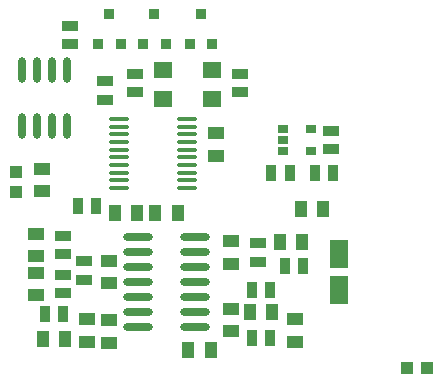
<source format=gtp>
%FSLAX25Y25*%
%MOIN*%
G70*
G01*
G75*
G04 Layer_Color=8421504*
%ADD10R,0.02000X0.02000*%
%ADD11R,0.05512X0.04134*%
%ADD12C,0.05906*%
%ADD13R,0.03937X0.03937*%
%ADD14R,0.06102X0.09449*%
%ADD15R,0.05315X0.03740*%
%ADD16R,0.03543X0.03740*%
%ADD17R,0.03740X0.05315*%
%ADD18R,0.03937X0.03937*%
%ADD19R,0.03543X0.02559*%
%ADD20O,0.06693X0.01378*%
%ADD21R,0.06300X0.05500*%
%ADD22R,0.04134X0.05512*%
%ADD23O,0.02362X0.08661*%
%ADD24O,0.09843X0.02756*%
%ADD25C,0.02000*%
%ADD26C,0.01000*%
%ADD27C,0.03200*%
%ADD28C,0.01400*%
%ADD29C,0.01600*%
%ADD30C,0.02800*%
%ADD31R,0.05906X0.05906*%
%ADD32C,0.07874*%
%ADD33R,0.07874X0.07874*%
%ADD34O,0.09843X0.06693*%
%ADD35O,0.07480X0.10236*%
%ADD36R,0.07480X0.10236*%
%ADD37C,0.10000*%
%ADD38C,0.10827*%
%ADD39C,0.03400*%
%ADD40C,0.03150*%
%ADD41C,0.02400*%
%ADD42C,0.03000*%
%ADD43C,0.05000*%
%ADD44P,0.02828X4X270.0*%
G04:AMPARAMS|DCode=45|XSize=34mil|YSize=20mil|CornerRadius=0mil|HoleSize=0mil|Usage=FLASHONLY|Rotation=225.000|XOffset=0mil|YOffset=0mil|HoleType=Round|Shape=Rectangle|*
%AMROTATEDRECTD45*
4,1,4,0.00495,0.01909,0.01909,0.00495,-0.00495,-0.01909,-0.01909,-0.00495,0.00495,0.01909,0.0*
%
%ADD45ROTATEDRECTD45*%

%ADD46C,0.00800*%
%ADD47C,0.00984*%
%ADD48C,0.00787*%
%ADD49C,0.02362*%
%ADD50C,0.01575*%
%ADD51C,0.00591*%
%ADD52R,0.02560X0.00730*%
%ADD53R,0.01800X0.06700*%
%ADD54R,0.02300X0.00650*%
%ADD55R,0.05906X0.78740*%
%ADD56R,0.00650X0.02300*%
%ADD57R,0.06700X0.01800*%
%ADD58R,0.00730X0.02560*%
D11*
X303000Y309760D02*
D03*
Y317240D02*
D03*
X267500Y274740D02*
D03*
Y267260D02*
D03*
X243000Y276260D02*
D03*
Y283740D02*
D03*
X245010Y305413D02*
D03*
Y297933D02*
D03*
X243000Y270740D02*
D03*
Y263260D02*
D03*
X329500Y255240D02*
D03*
Y247760D02*
D03*
X308000Y281240D02*
D03*
Y273760D02*
D03*
X267500Y254894D02*
D03*
Y247413D02*
D03*
X260000Y247760D02*
D03*
Y255240D02*
D03*
X308000Y251260D02*
D03*
Y258740D02*
D03*
D13*
X373346Y239000D02*
D03*
X366653D02*
D03*
D14*
X344000Y277004D02*
D03*
Y264996D02*
D03*
D15*
X317000Y274350D02*
D03*
Y280650D02*
D03*
X341350Y318150D02*
D03*
Y311850D02*
D03*
X254500Y346850D02*
D03*
Y353150D02*
D03*
X311000Y337150D02*
D03*
Y330850D02*
D03*
X276000Y330850D02*
D03*
Y337150D02*
D03*
X266000Y328350D02*
D03*
Y334650D02*
D03*
X259000Y268350D02*
D03*
Y274650D02*
D03*
X252000Y283150D02*
D03*
Y276850D02*
D03*
Y263850D02*
D03*
Y270150D02*
D03*
D16*
X286240Y347079D02*
D03*
X282500Y356921D02*
D03*
X278760Y347079D02*
D03*
X271240D02*
D03*
X267500Y356921D02*
D03*
X263760Y347079D02*
D03*
X301740D02*
D03*
X298000Y356921D02*
D03*
X294260Y347079D02*
D03*
D17*
X335850Y304000D02*
D03*
X342150D02*
D03*
X321350D02*
D03*
X327650D02*
D03*
X314850Y265000D02*
D03*
X321150D02*
D03*
X321150Y249000D02*
D03*
X314850D02*
D03*
X245850Y257000D02*
D03*
X252150D02*
D03*
X332150Y273000D02*
D03*
X325850D02*
D03*
X256850Y293000D02*
D03*
X263150D02*
D03*
D18*
X236500Y297654D02*
D03*
Y304346D02*
D03*
D19*
X325276Y318740D02*
D03*
Y315000D02*
D03*
Y311260D02*
D03*
X334724D02*
D03*
Y318740D02*
D03*
D20*
X293220Y298984D02*
D03*
Y301543D02*
D03*
Y304102D02*
D03*
Y306661D02*
D03*
Y309221D02*
D03*
Y311779D02*
D03*
Y314339D02*
D03*
Y316898D02*
D03*
Y319457D02*
D03*
Y322016D02*
D03*
X270779Y298984D02*
D03*
Y301543D02*
D03*
Y304102D02*
D03*
Y306661D02*
D03*
Y309221D02*
D03*
Y311779D02*
D03*
Y314339D02*
D03*
Y316898D02*
D03*
Y319457D02*
D03*
Y322016D02*
D03*
D21*
X301650Y338250D02*
D03*
X285350D02*
D03*
Y328750D02*
D03*
X301650D02*
D03*
D22*
X338740Y292000D02*
D03*
X331260D02*
D03*
X252740Y248500D02*
D03*
X245260D02*
D03*
X321740Y257500D02*
D03*
X314260D02*
D03*
X324260Y281000D02*
D03*
X331740D02*
D03*
X301240Y245000D02*
D03*
X293760D02*
D03*
X282760Y290500D02*
D03*
X290240D02*
D03*
X269260D02*
D03*
X276740D02*
D03*
D23*
X238500Y319551D02*
D03*
X243500D02*
D03*
X248500D02*
D03*
X253500D02*
D03*
X238500Y338449D02*
D03*
X243500D02*
D03*
X248500D02*
D03*
X253500D02*
D03*
D24*
X296146Y252500D02*
D03*
Y257500D02*
D03*
Y262500D02*
D03*
Y267500D02*
D03*
Y272500D02*
D03*
Y277500D02*
D03*
Y282500D02*
D03*
X276854Y252500D02*
D03*
Y257500D02*
D03*
Y262500D02*
D03*
Y267500D02*
D03*
Y272500D02*
D03*
Y277500D02*
D03*
Y282500D02*
D03*
M02*

</source>
